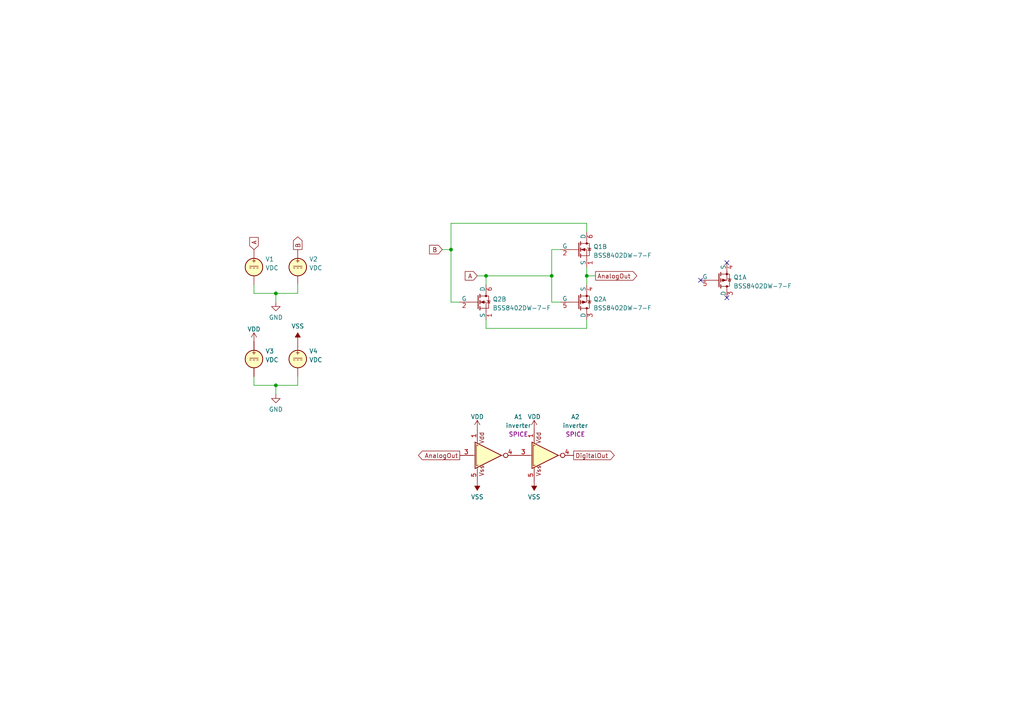
<source format=kicad_sch>
(kicad_sch (version 20211123) (generator eeschema)
  (paper "A4")
  (lib_symbols
    (symbol "Simulation_SPICE:VDC" (pin_numbers hide) (pin_names (offset 0.0254))
      (property "Reference" "V" (at 2.54 2.54 0))
      (property "Value" "VDC" (at 2.54 0 0))
      (property "Spice_Model" "dc(1)" (at 2.54 -2.54 0))
      (symbol "VDC_0_0"
        (polyline (pts (xy -1.27 0.254) (xy 1.27 0.254)))
        (polyline (pts (xy -0.762 -0.254) (xy -1.27 -0.254)))
        (polyline (pts (xy 0.254 -0.254) (xy -0.254 -0.254)))
        (polyline (pts (xy 1.27 -0.254) (xy 0.762 -0.254)))
        (text "+" (at 0 1.905 0) (effects (font (size 1.27 1.27))))
      )
      (symbol "VDC_0_1"
        (circle (center 0 0) (radius 2.54) (stroke (width 0.254)) (fill (type background)))
      )
      (symbol "VDC_1_1"
        (pin passive line (at 0 5.08 270) (length 2.54) (name "~") (number "1"))
        (pin passive line (at 0 -5.08 90) (length 2.54) (name "~") (number "2"))
      )
    )
    (symbol "TernaryLogic:inverter" (pin_names (offset 1.016))
      (property "Reference" "A" (at -0.635 1.27 0))
      (property "Value" "inverter" (at -0.635 -0.635 0))
      (property "Spice_Primitive" "X" (at -0.635 1.27 0))
      (property "Spice_Model" "Inverter" (at -0.635 1.27 0))
      (property "Spice_Netlist_Enabled" "Y" (at -0.635 1.27 0))
      (symbol "inverter_0_0"
        (polyline (pts (xy -3.81 0) (xy -3.302 0)))
        (polyline (pts (xy -2.54 -3.81) (xy -2.54 -3.556)))
        (polyline (pts (xy -2.54 3.81) (xy -2.54 3.556)))
        (polyline (pts (xy 5.08 0) (xy 4.318 0)))
        (text "Vdd" (at -1.27 5.08 900) (effects (font (size 1.27 1.27))))
        (text "Vss" (at -1.27 -4.445 900) (effects (font (size 1.27 1.27))))
      )
      (symbol "inverter_0_1"
        (polyline (pts (xy -2.794 3.048) (xy -2.286 2.794)) (stroke (width 0.1524)))
        (polyline (pts (xy -2.794 3.048) (xy -2.794 -3.048) (xy -2.286 -2.794)) (stroke (width 0.1524)))
      )
      (symbol "inverter_1_1"
        (polyline (pts (xy -3.175 3.81) (xy -3.175 -3.81) (xy 4.445 0) (xy -3.175 3.81)) (stroke (width 0.254)) (fill (type background)))
        (pin power_in line (at -2.54 7.62 270) (length 3.81) (name "~") (number "1"))
        (pin input line (at -7.62 0 0) (length 3.81) (name "~") (number "3"))
        (pin output inverted (at 8.89 0 180) (length 3.81) (name "~") (number "4"))
        (pin power_in line (at -2.54 -7.62 90) (length 3.81) (name "~") (number "5"))
      )
    )
    (symbol "Tritium:BSS8402DW-7-F" (pin_names (offset 0))
      (property "Reference" "Q" (at 2.54 1.27 0))
      (property "Value" "BSS8402DW-7-F" (at 2.54 -1.27 0))
      (symbol "BSS8402DW-7-F_0_1"
        (polyline (pts (xy -2.286 -1.905) (xy -2.286 1.905)) (stroke (width 0.254)))
        (polyline (pts (xy -2.286 0) (xy -5.08 0)))
        (polyline (pts (xy -1.778 -2.286) (xy -1.778 -1.27)) (stroke (width 0.254)))
        (polyline (pts (xy -1.778 -0.508) (xy -1.778 0.508)) (stroke (width 0.254)))
        (polyline (pts (xy -1.778 1.27) (xy -1.778 2.286)) (stroke (width 0.254)))
        (polyline (pts (xy 0 2.54) (xy 0 1.778)))
        (polyline (pts (xy -1.778 -1.778) (xy 0.762 -1.778) (xy 0.762 1.778) (xy -1.778 1.778)))
        (polyline (pts (xy 0.254 0.508) (xy 0.381 0.381) (xy 1.143 0.381) (xy 1.27 0.254)))
        (polyline (pts (xy 0.762 0.381) (xy 0.381 -0.254) (xy 1.143 -0.254) (xy 0.762 0.381)))
        (circle (center 0 1.778) (radius 0.254) (fill (type outline)))
      )
      (symbol "BSS8402DW-7-F_1_1"
        (circle (center 0 -1.778) (radius 0.254) (fill (type outline)))
        (polyline (pts (xy 0 -2.54) (xy 0 -1.778)))
        (polyline (pts (xy 0 2.54) (xy 0 0) (xy -1.778 0)))
        (polyline (pts (xy -0.254 0) (xy -1.27 -0.381) (xy -1.27 0.381) (xy -0.254 0)) (fill (type outline)))
        (pin passive line (at 0 -5.08 90) (length 2.54) (name "D") (number "3"))
        (pin passive line (at 0 5.08 270) (length 2.54) (name "S") (number "4"))
        (pin input line (at -7.62 0 0) (length 2.54) (name "G") (number "5"))
      )
      (symbol "BSS8402DW-7-F_2_1"
        (polyline (pts (xy 0 -2.54) (xy 0 0) (xy -1.778 0)))
        (polyline (pts (xy -1.524 0) (xy -0.508 0.381) (xy -0.508 -0.381) (xy -1.524 0)) (fill (type outline)))
        (pin passive line (at 0 -5.08 90) (length 2.54) (name "S") (number "1"))
        (pin input line (at -7.62 0 0) (length 2.54) (name "G") (number "2"))
        (pin passive line (at 0 5.08 270) (length 2.54) (name "D") (number "6"))
      )
    )
    (symbol "power:GND" (power) (pin_names (offset 0))
      (property "Value" "GND" (at 0 -3.81 0))
      (symbol "GND_0_1"
        (polyline (pts (xy 0 0) (xy 0 -1.27) (xy 1.27 -1.27) (xy 0 -2.54) (xy -1.27 -1.27) (xy 0 -1.27)))
      )
      (symbol "GND_1_1"
        (pin power_in line (at 0 0 270) (length 0) hide (name "GND") (number "1"))
      )
    )
    (symbol "power:VDD" (power) (pin_names (offset 0))
      (property "Value" "VDD" (at 0 3.81 0))
      (symbol "VDD_0_1"
        (polyline (pts (xy -0.762 1.27) (xy 0 2.54)))
        (polyline (pts (xy 0 0) (xy 0 2.54)))
        (polyline (pts (xy 0 2.54) (xy 0.762 1.27)))
      )
      (symbol "VDD_1_1"
        (pin power_in line (at 0 0 90) (length 0) hide (name "VDD") (number "1"))
      )
    )
    (symbol "power:VSS" (power) (pin_names (offset 0))
      (property "Value" "VSS" (at 0 3.81 0))
      (symbol "VSS_0_1"
        (polyline (pts (xy 0 0) (xy 0 2.54)))
        (polyline (pts (xy 0.762 1.27) (xy -0.762 1.27) (xy 0 2.54) (xy 0.762 1.27)) (fill (type outline)))
      )
      (symbol "VSS_1_1"
        (pin power_in line (at 0 0 90) (length 0) hide (name "VSS") (number "1"))
      )
    )
  )
  (junction (at 80.01 85.09))
  (junction (at 160.02 80.01))
  (junction (at 130.81 72.39))
  (junction (at 140.97 80.01))
  (junction (at 80.01 111.76))
  (junction (at 170.18 80.01))
  (no_connect (at 210.82 86.36))
  (no_connect (at 210.82 76.2))
  (no_connect (at 203.2 81.28))
  (wire (pts (xy 170.18 92.71) (xy 170.18 95.25)))
  (wire (pts (xy 170.18 80.01) (xy 170.18 82.55)))
  (wire (pts (xy 140.97 95.25) (xy 140.97 92.71)))
  (wire (pts (xy 140.97 80.01) (xy 160.02 80.01)))
  (wire (pts (xy 80.01 85.09) (xy 86.36 85.09)))
  (wire (pts (xy 138.43 80.01) (xy 140.97 80.01)))
  (wire (pts (xy 73.66 85.09) (xy 80.01 85.09)))
  (wire (pts (xy 73.66 82.55) (xy 73.66 85.09)))
  (wire (pts (xy 170.18 77.47) (xy 170.18 80.01)))
  (wire (pts (xy 86.36 111.76) (xy 86.36 109.22)))
  (wire (pts (xy 170.18 95.25) (xy 140.97 95.25)))
  (wire (pts (xy 170.18 64.77) (xy 170.18 67.31)))
  (wire (pts (xy 160.02 87.63) (xy 162.56 87.63)))
  (wire (pts (xy 160.02 80.01) (xy 160.02 87.63)))
  (wire (pts (xy 80.01 111.76) (xy 86.36 111.76)))
  (wire (pts (xy 80.01 85.09) (xy 80.01 87.63)))
  (wire (pts (xy 160.02 72.39) (xy 160.02 80.01)))
  (wire (pts (xy 170.18 80.01) (xy 172.72 80.01)))
  (wire (pts (xy 133.35 87.63) (xy 130.81 87.63)))
  (wire (pts (xy 73.66 111.76) (xy 80.01 111.76)))
  (wire (pts (xy 140.97 80.01) (xy 140.97 82.55)))
  (wire (pts (xy 130.81 64.77) (xy 130.81 72.39)))
  (wire (pts (xy 128.27 72.39) (xy 130.81 72.39)))
  (wire (pts (xy 86.36 85.09) (xy 86.36 82.55)))
  (wire (pts (xy 130.81 64.77) (xy 170.18 64.77)))
  (wire (pts (xy 80.01 111.76) (xy 80.01 114.3)))
  (wire (pts (xy 73.66 109.22) (xy 73.66 111.76)))
  (wire (pts (xy 162.56 72.39) (xy 160.02 72.39)))
  (wire (pts (xy 130.81 72.39) (xy 130.81 87.63)))
  (global_label "B" (shape output) (at 86.36 72.39 90) (property "Intersheet References" "${INTERSHEET_REFS}" (effects hide)))
  (global_label "DigitalOut" (shape output) (at 166.37 132.08 0) (property "Intersheet References" "${INTERSHEET_REFS}" (effects hide)))
  (global_label "AnalogOut" (shape output) (at 172.72 80.01 0) (property "Intersheet References" "${INTERSHEET_REFS}" (effects hide)))
  (global_label "A" (shape input) (at 138.43 80.01 180) (property "Intersheet References" "${INTERSHEET_REFS}" (effects hide)))
  (global_label "AnalogOut" (shape output) (at 133.35 132.08 180) (property "Intersheet References" "${INTERSHEET_REFS}" (effects hide)))
  (global_label "B" (shape input) (at 128.27 72.39 180) (property "Intersheet References" "${INTERSHEET_REFS}" (effects hide)))
  (global_label "A" (shape input) (at 73.66 72.39 90) (property "Intersheet References" "${INTERSHEET_REFS}" (effects hide)))
  (symbol (lib_id "Simulation_SPICE:VDC") (at 73.66 104.14 0) (unit 1)
    (property "Reference" "V3" (at 76.962 101.8471 0) (effects (justify left)))
    (property "Value" "VDC" (at 76.962 104.384 0) (effects (justify left)))
    (property "Spice_Netlist_Enabled" "Y" (effects hide))
    (property "Spice_Primitive" "V" (effects hide))
    (property "Spice_Model" "5" (at 76.962 106.9209 0) (effects (justify left)))
  )
  (symbol (lib_id "power:VDD") (at 154.94 124.46 0) (unit 1)
    (property "Reference" "#PWR07" (effects hide))
    (property "Value" "VDD" (at 154.94 120.8842 0))
  )
  (symbol (lib_id "Simulation_SPICE:VDC") (at 86.36 104.14 0) (unit 1)
    (property "Reference" "V4" (at 89.662 101.8471 0) (effects (justify left)))
    (property "Value" "VDC" (at 89.662 104.384 0) (effects (justify left)))
    (property "Spice_Netlist_Enabled" "Y" (effects hide))
    (property "Spice_Primitive" "V" (effects hide))
    (property "Spice_Model" "-5" (at 89.662 106.9209 0) (effects (justify left)))
  )
  (symbol (lib_id "power:GND") (at 80.01 87.63 0) (unit 1)
    (property "Reference" "#PWR01" (effects hide))
    (property "Value" "GND" (at 80.01 92.0734 0))
  )
  (symbol (lib_id "power:VDD") (at 73.66 99.06 0) (unit 1)
    (property "Reference" "#PWR02" (effects hide))
    (property "Value" "VDD" (at 73.66 95.4842 0))
  )
  (symbol (lib_id "power:VSS") (at 138.43 139.7 180) (unit 1)
    (property "Reference" "#PWR06" (effects hide))
    (property "Value" "VSS" (at 138.43 144.1434 0))
  )
  (symbol (lib_id "Simulation_SPICE:VDC") (at 73.66 77.47 0) (unit 1)
    (property "Reference" "V1" (at 76.962 75.1771 0) (effects (justify left)))
    (property "Value" "VDC" (at 76.962 77.714 0) (effects (justify left)))
    (property "Spice_Netlist_Enabled" "Y" (effects hide))
    (property "Spice_Primitive" "V" (effects hide))
    (property "Spice_Model" "-5" (at 76.962 80.2509 0) (effects (justify left)))
  )
  (symbol (lib_id "power:VSS") (at 154.94 139.7 180) (unit 1)
    (property "Reference" "#PWR08" (effects hide))
    (property "Value" "VSS" (at 154.94 144.1434 0))
  )
  (symbol (lib_id "Tritium:BSS8402DW-7-F") (at 170.18 72.39 0) (unit 2)
    (property "Reference" "Q1" (at 172.085 71.5553 0) (effects (justify left)))
    (property "Value" "BSS8402DW-7-F" (at 172.085 74.0922 0) (effects (justify left)))
    (property "Footprint" "Package_TO_SOT_SMD:SOT-363_SC-70-6_Handsoldering" (effects hide))
    (property "Datasheet" "https://www.diodes.com/assets/Datasheets/ds30380.pdf" (effects hide))
    (property "Spice_Primitive" "X" (effects hide))
    (property "Spice_Model" "BSS8402DW" (effects hide))
    (property "Spice_Netlist_Enabled" "Y" (effects hide))
    (property "Spice_Lib_File" "${TRITIUM_LIB}/TritiumSpice.lib" (effects hide))
  )
  (symbol (lib_id "Simulation_SPICE:VDC") (at 86.36 77.47 0) (unit 1)
    (property "Reference" "V2" (at 89.662 75.1771 0) (effects (justify left)))
    (property "Value" "VDC" (at 89.662 77.714 0) (effects (justify left)))
    (property "Spice_Netlist_Enabled" "Y" (effects hide))
    (property "Spice_Primitive" "V" (effects hide))
    (property "Spice_Model" "0" (at 89.662 80.2509 0) (effects (justify left)))
  )
  (symbol (lib_id "TernaryLogic:inverter") (at 157.48 132.08 0) (unit 1)
    (property "Reference" "A2" (at 166.8727 120.8966 0))
    (property "Value" "inverter" (at 166.8727 123.4335 0))
    (property "Footprint" "Ternary_Rev_1:inverter" (effects hide))
    (property "Spice_Primitive" "X" (at 166.8727 125.9704 0))
    (property "Spice_Model" "Inverter" (at 166.8727 128.5073 0))
    (property "Spice_Netlist_Enabled" "Y" (at 166.8727 131.0442 0))
    (property "Spice_Lib_File" "${TRITIUM_LIB}/TritiumSpice.lib" (effects hide))
  )
  (symbol (lib_id "TernaryLogic:inverter") (at 140.97 132.08 0) (unit 1)
    (property "Reference" "A1" (at 150.3627 120.8966 0))
    (property "Value" "inverter" (at 150.3627 123.4335 0))
    (property "Footprint" "Ternary_Rev_1:inverter" (effects hide))
    (property "Spice_Primitive" "X" (at 150.3627 125.9704 0))
    (property "Spice_Model" "Inverter" (at 150.3627 128.5073 0))
    (property "Spice_Netlist_Enabled" "Y" (at 150.3627 131.0442 0))
    (property "Spice_Lib_File" "${TRITIUM_LIB}/TritiumSpice.lib" (effects hide))
  )
  (symbol (lib_id "power:VSS") (at 86.36 99.06 0) (unit 1)
    (property "Reference" "#PWR04" (effects hide))
    (property "Value" "VSS" (at 86.36 94.6166 0))
  )
  (symbol (lib_id "Tritium:BSS8402DW-7-F") (at 170.18 87.63 0) (unit 1)
    (property "Reference" "Q2" (at 172.085 86.7953 0) (effects (justify left)))
    (property "Value" "BSS8402DW-7-F" (at 172.085 89.3322 0) (effects (justify left)))
    (property "Footprint" "Package_TO_SOT_SMD:SOT-363_SC-70-6_Handsoldering" (effects hide))
    (property "Datasheet" "https://www.diodes.com/assets/Datasheets/ds30380.pdf" (effects hide))
    (property "Spice_Primitive" "X" (effects hide))
    (property "Spice_Model" "BSS8402DW" (effects hide))
    (property "Spice_Netlist_Enabled" "Y" (effects hide))
    (property "Spice_Lib_File" "${TRITIUM_LIB}/TritiumSpice.lib" (effects hide))
  )
  (symbol (lib_id "power:GND") (at 80.01 114.3 0) (unit 1)
    (property "Reference" "#PWR03" (effects hide))
    (property "Value" "GND" (at 80.01 118.7434 0))
  )
  (symbol (lib_id "Tritium:BSS8402DW-7-F") (at 210.82 81.28 0) (unit 1)
    (property "Reference" "Q1" (at 212.725 80.4453 0) (effects (justify left)))
    (property "Value" "BSS8402DW-7-F" (at 212.725 82.9822 0) (effects (justify left)))
    (property "Footprint" "Package_TO_SOT_SMD:SOT-363_SC-70-6_Handsoldering" (effects hide))
    (property "Datasheet" "https://www.diodes.com/assets/Datasheets/ds30380.pdf" (effects hide))
    (property "Spice_Primitive" "X" (effects hide))
    (property "Spice_Model" "BSS8402DW" (effects hide))
    (property "Spice_Netlist_Enabled" "Y" (effects hide))
    (property "Spice_Lib_File" "${TRITIUM_LIB}/TritiumSpice.lib" (effects hide))
  )
  (symbol (lib_id "power:VDD") (at 138.43 124.46 0) (unit 1)
    (property "Reference" "#PWR05" (effects hide))
    (property "Value" "VDD" (at 138.43 120.8842 0))
  )
  (symbol (lib_id "Tritium:BSS8402DW-7-F") (at 140.97 87.63 0) (unit 2)
    (property "Reference" "Q2" (at 142.875 86.7953 0) (effects (justify left)))
    (property "Value" "BSS8402DW-7-F" (at 142.875 89.3322 0) (effects (justify left)))
    (property "Footprint" "Package_TO_SOT_SMD:SOT-363_SC-70-6_Handsoldering" (effects hide))
    (property "Datasheet" "https://www.diodes.com/assets/Datasheets/ds30380.pdf" (effects hide))
    (property "Spice_Primitive" "X" (effects hide))
    (property "Spice_Model" "BSS8402DW" (effects hide))
    (property "Spice_Netlist_Enabled" "Y" (effects hide))
    (property "Spice_Lib_File" "${TRITIUM_LIB}/TritiumSpice.lib" (effects hide))
  )
)
</source>
